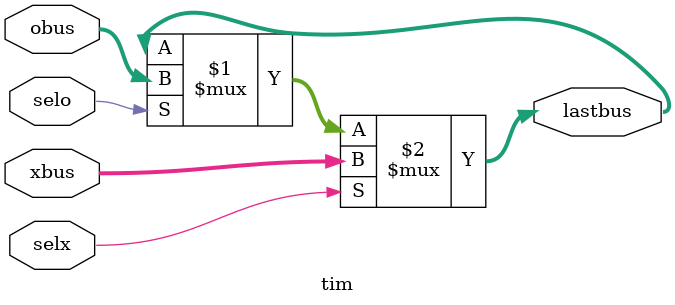
<source format=v>
`timescale 1ns/1ns
module tim(input [15:0]xbus,obus,input selx,selo,output [15:0]lastbus);
  assign lastbus=(selx)? xbus:(selo)? obus:lastbus ;
endmodule
</source>
